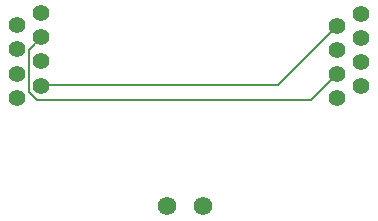
<source format=gbr>
%TF.GenerationSoftware,KiCad,Pcbnew,9.0.0*%
%TF.CreationDate,2026-01-30T14:08:11-05:00*%
%TF.ProjectId,Proprietary_RJ45,50726f70-7269-4657-9461-72795f524a34,rev?*%
%TF.SameCoordinates,Original*%
%TF.FileFunction,Copper,L2,Bot*%
%TF.FilePolarity,Positive*%
%FSLAX46Y46*%
G04 Gerber Fmt 4.6, Leading zero omitted, Abs format (unit mm)*
G04 Created by KiCad (PCBNEW 9.0.0) date 2026-01-30 14:08:11*
%MOMM*%
%LPD*%
G01*
G04 APERTURE LIST*
%TA.AperFunction,ComponentPad*%
%ADD10C,1.574800*%
%TD*%
%TA.AperFunction,ComponentPad*%
%ADD11C,1.397000*%
%TD*%
%TA.AperFunction,Conductor*%
%ADD12C,0.200000*%
%TD*%
G04 APERTURE END LIST*
D10*
%TO.P,J2,1,1*%
%TO.N,/+12V*%
X125660401Y-101510201D03*
%TO.P,J2,2,2*%
%TO.N,/GND*%
X128660400Y-101510201D03*
%TD*%
D11*
%TO.P,J1,1,1*%
%TO.N,/TX+*%
X114975001Y-91278050D03*
%TO.P,J1,2,2*%
%TO.N,/TX-*%
X112945000Y-92298050D03*
%TO.P,J1,3,3*%
%TO.N,/RX+*%
X112945000Y-90258049D03*
%TO.P,J1,4,4*%
%TO.N,unconnected-(J1-Pad4)*%
X112945000Y-88218051D03*
%TO.P,J1,5,5*%
%TO.N,unconnected-(J1-Pad5)*%
X114975001Y-89238049D03*
%TO.P,J1,6,6*%
%TO.N,/RX-*%
X114975001Y-87198050D03*
%TO.P,J1,7,7*%
%TO.N,unconnected-(J1-Pad7)*%
X114975001Y-85158049D03*
%TO.P,J1,8,8*%
%TO.N,unconnected-(J1-Pad8)*%
X112945000Y-86178050D03*
%TD*%
%TO.P,J3,1,1*%
%TO.N,/TX+*%
X140024999Y-86221950D03*
%TO.P,J3,2,2*%
%TO.N,/TX-*%
X142055000Y-85201950D03*
%TO.P,J3,3,3*%
%TO.N,/RX+*%
X142055000Y-87241951D03*
%TO.P,J3,4,4*%
%TO.N,/+12V*%
X142055000Y-89281949D03*
%TO.P,J3,5,5*%
X140024999Y-88261951D03*
%TO.P,J3,6,6*%
%TO.N,/RX-*%
X140024999Y-90301950D03*
%TO.P,J3,7,7*%
%TO.N,/GND*%
X140024999Y-92341951D03*
%TO.P,J3,8,8*%
X142055000Y-91321950D03*
%TD*%
D12*
%TO.N,/TX+*%
X115003051Y-91250000D02*
X134996949Y-91250000D01*
X134996949Y-91250000D02*
X140024999Y-86221950D01*
X114975001Y-91278050D02*
X115003051Y-91250000D01*
%TO.N,/RX-*%
X113944500Y-88228551D02*
X114975001Y-87198050D01*
X137826949Y-92500000D02*
X114625000Y-92500000D01*
X113944500Y-91819500D02*
X113944500Y-88228551D01*
X114625000Y-92500000D02*
X113944500Y-91819500D01*
X140024999Y-90301950D02*
X137826949Y-92500000D01*
%TD*%
M02*

</source>
